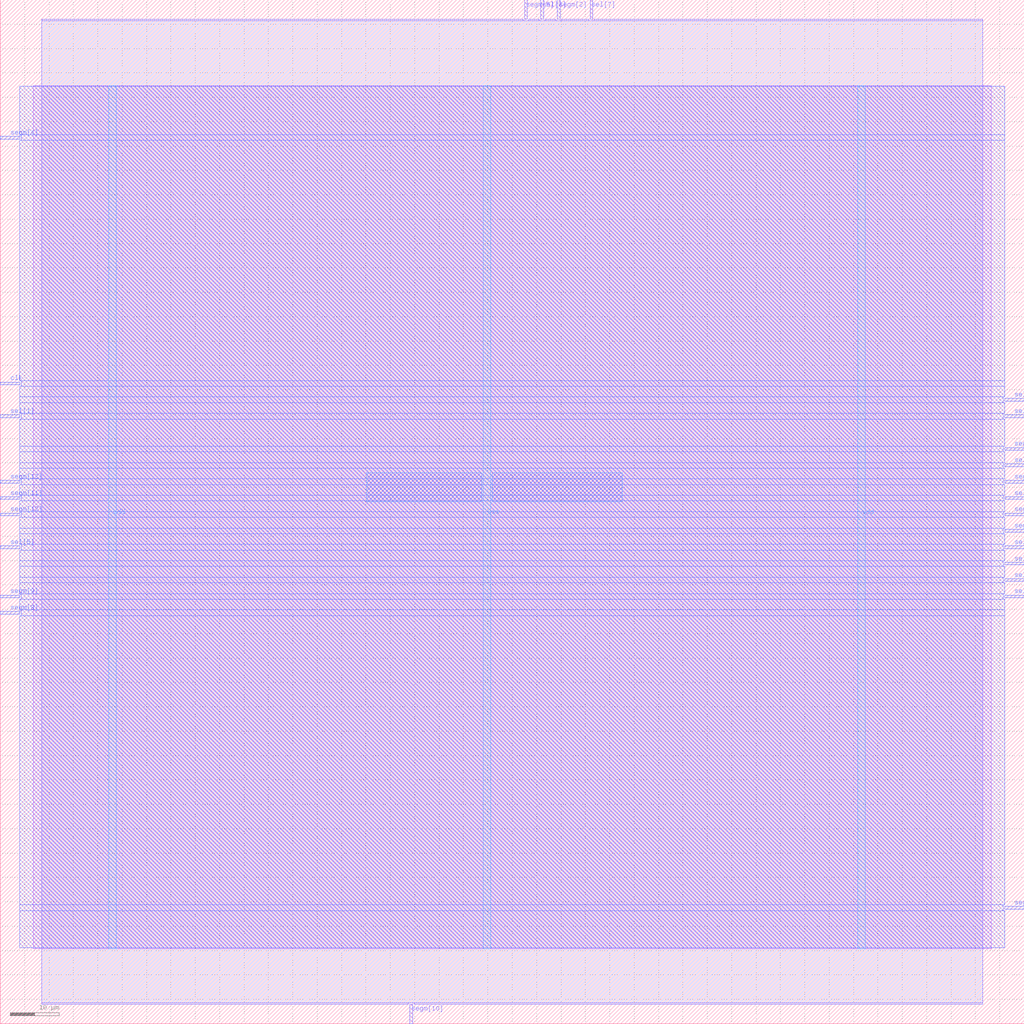
<source format=lef>
VERSION 5.7 ;
  NOWIREEXTENSIONATPIN ON ;
  DIVIDERCHAR "/" ;
  BUSBITCHARS "[]" ;
MACRO ita46
  CLASS BLOCK ;
  FOREIGN ita46 ;
  ORIGIN 0.000 0.000 ;
  SIZE 210.000 BY 210.000 ;
  PIN clk
    DIRECTION INPUT ;
    USE SIGNAL ;
    ANTENNAGATEAREA 4.738000 ;
    ANTENNADIFFAREA 0.410400 ;
    PORT
      LAYER Metal3 ;
        RECT 0.000 131.040 4.000 131.600 ;
    END
  END clk
  PIN segm[0]
    DIRECTION OUTPUT TRISTATE ;
    USE SIGNAL ;
    ANTENNADIFFAREA 4.731200 ;
    PORT
      LAYER Metal3 ;
        RECT 206.000 117.600 210.000 118.160 ;
    END
  END segm[0]
  PIN segm[10]
    DIRECTION OUTPUT TRISTATE ;
    USE SIGNAL ;
    ANTENNADIFFAREA 4.731200 ;
    PORT
      LAYER Metal2 ;
        RECT 84.000 0.000 84.560 4.000 ;
    END
  END segm[10]
  PIN segm[11]
    DIRECTION OUTPUT TRISTATE ;
    USE SIGNAL ;
    ANTENNADIFFAREA 4.731200 ;
    PORT
      LAYER Metal3 ;
        RECT 0.000 107.520 4.000 108.080 ;
    END
  END segm[11]
  PIN segm[12]
    DIRECTION OUTPUT TRISTATE ;
    USE SIGNAL ;
    ANTENNADIFFAREA 4.731200 ;
    PORT
      LAYER Metal3 ;
        RECT 0.000 104.160 4.000 104.720 ;
    END
  END segm[12]
  PIN segm[13]
    DIRECTION OUTPUT TRISTATE ;
    USE SIGNAL ;
    ANTENNADIFFAREA 4.731200 ;
    PORT
      LAYER Metal3 ;
        RECT 0.000 110.880 4.000 111.440 ;
    END
  END segm[13]
  PIN segm[1]
    DIRECTION OUTPUT TRISTATE ;
    USE SIGNAL ;
    ANTENNADIFFAREA 0.360800 ;
    PORT
      LAYER Metal3 ;
        RECT 206.000 23.520 210.000 24.080 ;
    END
  END segm[1]
  PIN segm[2]
    DIRECTION OUTPUT TRISTATE ;
    USE SIGNAL ;
    ANTENNADIFFAREA 4.731200 ;
    PORT
      LAYER Metal2 ;
        RECT 114.240 206.000 114.800 210.000 ;
    END
  END segm[2]
  PIN segm[3]
    DIRECTION OUTPUT TRISTATE ;
    USE SIGNAL ;
    ANTENNADIFFAREA 4.731200 ;
    PORT
      LAYER Metal3 ;
        RECT 206.000 110.880 210.000 111.440 ;
    END
  END segm[3]
  PIN segm[4]
    DIRECTION OUTPUT TRISTATE ;
    USE SIGNAL ;
    ANTENNADIFFAREA 0.360800 ;
    PORT
      LAYER Metal3 ;
        RECT 0.000 181.440 4.000 182.000 ;
    END
  END segm[4]
  PIN segm[5]
    DIRECTION OUTPUT TRISTATE ;
    USE SIGNAL ;
    ANTENNADIFFAREA 4.731200 ;
    PORT
      LAYER Metal2 ;
        RECT 107.520 206.000 108.080 210.000 ;
    END
  END segm[5]
  PIN segm[6]
    DIRECTION OUTPUT TRISTATE ;
    USE SIGNAL ;
    ANTENNADIFFAREA 4.731200 ;
    PORT
      LAYER Metal3 ;
        RECT 206.000 104.160 210.000 104.720 ;
    END
  END segm[6]
  PIN segm[7]
    DIRECTION OUTPUT TRISTATE ;
    USE SIGNAL ;
    ANTENNADIFFAREA 4.731200 ;
    PORT
      LAYER Metal3 ;
        RECT 206.000 100.800 210.000 101.360 ;
    END
  END segm[7]
  PIN segm[8]
    DIRECTION OUTPUT TRISTATE ;
    USE SIGNAL ;
    ANTENNADIFFAREA 4.731200 ;
    PORT
      LAYER Metal3 ;
        RECT 0.000 84.000 4.000 84.560 ;
    END
  END segm[8]
  PIN segm[9]
    DIRECTION OUTPUT TRISTATE ;
    USE SIGNAL ;
    ANTENNADIFFAREA 4.731200 ;
    PORT
      LAYER Metal3 ;
        RECT 0.000 87.360 4.000 87.920 ;
    END
  END segm[9]
  PIN sel[0]
    DIRECTION OUTPUT TRISTATE ;
    USE SIGNAL ;
    ANTENNADIFFAREA 4.731200 ;
    PORT
      LAYER Metal3 ;
        RECT 206.000 97.440 210.000 98.000 ;
    END
  END sel[0]
  PIN sel[10]
    DIRECTION OUTPUT TRISTATE ;
    USE SIGNAL ;
    ANTENNADIFFAREA 4.731200 ;
    PORT
      LAYER Metal3 ;
        RECT 206.000 87.360 210.000 87.920 ;
    END
  END sel[10]
  PIN sel[11]
    DIRECTION OUTPUT TRISTATE ;
    USE SIGNAL ;
    ANTENNADIFFAREA 4.731200 ;
    PORT
      LAYER Metal3 ;
        RECT 206.000 114.240 210.000 114.800 ;
    END
  END sel[11]
  PIN sel[1]
    DIRECTION OUTPUT TRISTATE ;
    USE SIGNAL ;
    ANTENNADIFFAREA 4.731200 ;
    PORT
      LAYER Metal3 ;
        RECT 0.000 124.320 4.000 124.880 ;
    END
  END sel[1]
  PIN sel[2]
    DIRECTION OUTPUT TRISTATE ;
    USE SIGNAL ;
    ANTENNADIFFAREA 4.731200 ;
    PORT
      LAYER Metal3 ;
        RECT 206.000 124.320 210.000 124.880 ;
    END
  END sel[2]
  PIN sel[3]
    DIRECTION OUTPUT TRISTATE ;
    USE SIGNAL ;
    ANTENNADIFFAREA 4.731200 ;
    PORT
      LAYER Metal2 ;
        RECT 110.880 206.000 111.440 210.000 ;
    END
  END sel[3]
  PIN sel[4]
    DIRECTION OUTPUT TRISTATE ;
    USE SIGNAL ;
    ANTENNADIFFAREA 4.731200 ;
    PORT
      LAYER Metal3 ;
        RECT 206.000 107.520 210.000 108.080 ;
    END
  END sel[4]
  PIN sel[5]
    DIRECTION OUTPUT TRISTATE ;
    USE SIGNAL ;
    ANTENNADIFFAREA 4.731200 ;
    PORT
      LAYER Metal3 ;
        RECT 0.000 97.440 4.000 98.000 ;
    END
  END sel[5]
  PIN sel[6]
    DIRECTION OUTPUT TRISTATE ;
    USE SIGNAL ;
    ANTENNADIFFAREA 4.731200 ;
    PORT
      LAYER Metal3 ;
        RECT 206.000 127.680 210.000 128.240 ;
    END
  END sel[6]
  PIN sel[7]
    DIRECTION OUTPUT TRISTATE ;
    USE SIGNAL ;
    ANTENNADIFFAREA 4.731200 ;
    PORT
      LAYER Metal2 ;
        RECT 120.960 206.000 121.520 210.000 ;
    END
  END sel[7]
  PIN sel[8]
    DIRECTION OUTPUT TRISTATE ;
    USE SIGNAL ;
    ANTENNADIFFAREA 4.731200 ;
    PORT
      LAYER Metal3 ;
        RECT 206.000 90.720 210.000 91.280 ;
    END
  END sel[8]
  PIN sel[9]
    DIRECTION OUTPUT TRISTATE ;
    USE SIGNAL ;
    ANTENNADIFFAREA 4.731200 ;
    PORT
      LAYER Metal3 ;
        RECT 206.000 94.080 210.000 94.640 ;
    END
  END sel[9]
  PIN vdd
    DIRECTION INOUT ;
    USE POWER ;
    PORT
      LAYER Metal4 ;
        RECT 22.240 15.380 23.840 192.380 ;
    END
    PORT
      LAYER Metal4 ;
        RECT 175.840 15.380 177.440 192.380 ;
    END
  END vdd
  PIN vss
    DIRECTION INOUT ;
    USE GROUND ;
    PORT
      LAYER Metal4 ;
        RECT 99.040 15.380 100.640 192.380 ;
    END
  END vss
  OBS
      LAYER Metal1 ;
        RECT 6.720 15.380 203.280 192.380 ;
      LAYER Metal2 ;
        RECT 8.540 205.700 107.220 206.000 ;
        RECT 108.380 205.700 110.580 206.000 ;
        RECT 111.740 205.700 113.940 206.000 ;
        RECT 115.100 205.700 120.660 206.000 ;
        RECT 121.820 205.700 201.460 206.000 ;
        RECT 8.540 4.300 201.460 205.700 ;
        RECT 8.540 4.000 83.700 4.300 ;
        RECT 84.860 4.000 201.460 4.300 ;
      LAYER Metal3 ;
        RECT 4.000 182.300 206.000 192.220 ;
        RECT 4.300 181.140 206.000 182.300 ;
        RECT 4.000 131.900 206.000 181.140 ;
        RECT 4.300 130.740 206.000 131.900 ;
        RECT 4.000 128.540 206.000 130.740 ;
        RECT 4.000 127.380 205.700 128.540 ;
        RECT 4.000 125.180 206.000 127.380 ;
        RECT 4.300 124.020 205.700 125.180 ;
        RECT 4.000 118.460 206.000 124.020 ;
        RECT 4.000 117.300 205.700 118.460 ;
        RECT 4.000 115.100 206.000 117.300 ;
        RECT 4.000 113.940 205.700 115.100 ;
        RECT 4.000 111.740 206.000 113.940 ;
        RECT 4.300 110.580 205.700 111.740 ;
        RECT 4.000 108.380 206.000 110.580 ;
        RECT 4.300 107.220 205.700 108.380 ;
        RECT 4.000 105.020 206.000 107.220 ;
        RECT 4.300 103.860 205.700 105.020 ;
        RECT 4.000 101.660 206.000 103.860 ;
        RECT 4.000 100.500 205.700 101.660 ;
        RECT 4.000 98.300 206.000 100.500 ;
        RECT 4.300 97.140 205.700 98.300 ;
        RECT 4.000 94.940 206.000 97.140 ;
        RECT 4.000 93.780 205.700 94.940 ;
        RECT 4.000 91.580 206.000 93.780 ;
        RECT 4.000 90.420 205.700 91.580 ;
        RECT 4.000 88.220 206.000 90.420 ;
        RECT 4.300 87.060 205.700 88.220 ;
        RECT 4.000 84.860 206.000 87.060 ;
        RECT 4.300 83.700 206.000 84.860 ;
        RECT 4.000 24.380 206.000 83.700 ;
        RECT 4.000 23.220 205.700 24.380 ;
        RECT 4.000 15.540 206.000 23.220 ;
      LAYER Metal4 ;
        RECT 75.180 107.050 98.740 113.030 ;
        RECT 100.940 107.050 127.540 113.030 ;
  END
END ita46
END LIBRARY


</source>
